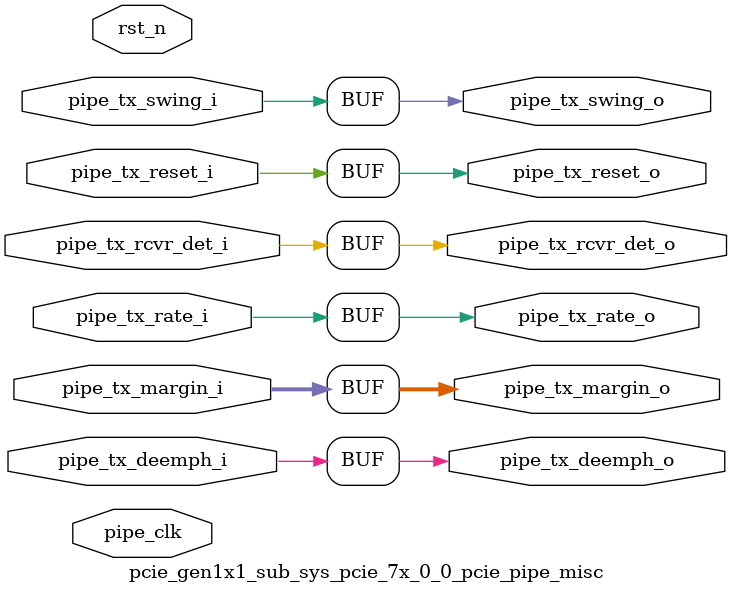
<source format=v>

`timescale 1ps/1ps

(* DowngradeIPIdentifiedWarnings = "yes" *)
module pcie_gen1x1_sub_sys_pcie_7x_0_0_pcie_pipe_misc #
(
    parameter        PIPE_PIPELINE_STAGES = 0,    // 0 - 0 stages, 1 - 1 stage, 2 - 2 stages
    parameter TCQ  = 1 // synthesis warning solved: parameter declaration becomes local
)
(

    input   wire        pipe_tx_rcvr_det_i       ,     // PIPE Tx Receiver Detect
    input   wire        pipe_tx_reset_i          ,     // PIPE Tx Reset
    input   wire        pipe_tx_rate_i           ,     // PIPE Tx Rate
    input   wire        pipe_tx_deemph_i         ,     // PIPE Tx Deemphasis
    input   wire [2:0]  pipe_tx_margin_i         ,     // PIPE Tx Margin
    input   wire        pipe_tx_swing_i          ,     // PIPE Tx Swing

    output  wire        pipe_tx_rcvr_det_o       ,     // Pipelined PIPE Tx Receiver Detect
    output  wire        pipe_tx_reset_o          ,     // Pipelined PIPE Tx Reset
    output  wire        pipe_tx_rate_o           ,     // Pipelined PIPE Tx Rate
    output  wire        pipe_tx_deemph_o         ,     // Pipelined PIPE Tx Deemphasis
    output  wire [2:0]  pipe_tx_margin_o         ,     // Pipelined PIPE Tx Margin
    output  wire        pipe_tx_swing_o          ,     // Pipelined PIPE Tx Swing

    input   wire        pipe_clk                ,      // PIPE Clock
    input   wire        rst_n                          // Reset
);

//******************************************************************//
// Reality check.                                                   //
//******************************************************************//

//    parameter TCQ  = 1;      // clock to out delay model

    generate

    if (PIPE_PIPELINE_STAGES == 0) begin : pipe_stages_0

        assign pipe_tx_rcvr_det_o = pipe_tx_rcvr_det_i;
        assign pipe_tx_reset_o  = pipe_tx_reset_i;
        assign pipe_tx_rate_o = pipe_tx_rate_i;
        assign pipe_tx_deemph_o = pipe_tx_deemph_i;
        assign pipe_tx_margin_o = pipe_tx_margin_i;
        assign pipe_tx_swing_o = pipe_tx_swing_i;

    end // if (PIPE_PIPELINE_STAGES == 0)
    else if (PIPE_PIPELINE_STAGES == 1) begin : pipe_stages_1

    reg                pipe_tx_rcvr_det_q       ;
    reg                pipe_tx_reset_q          ;
    reg                pipe_tx_rate_q           ;
    reg                pipe_tx_deemph_q         ;
    reg [2:0]          pipe_tx_margin_q         ;
    reg                pipe_tx_swing_q          ;

        always @(posedge pipe_clk) begin

        if (rst_n)
        begin

            pipe_tx_rcvr_det_q <= #TCQ 0;
            pipe_tx_reset_q  <= #TCQ 1'b1;
            pipe_tx_rate_q <= #TCQ 0;
            pipe_tx_deemph_q <= #TCQ 1'b1;
            pipe_tx_margin_q <= #TCQ 0;
            pipe_tx_swing_q <= #TCQ 0;

        end
        else
        begin

            pipe_tx_rcvr_det_q <= #TCQ pipe_tx_rcvr_det_i;
            pipe_tx_reset_q  <= #TCQ pipe_tx_reset_i;
            pipe_tx_rate_q <= #TCQ pipe_tx_rate_i;
            pipe_tx_deemph_q <= #TCQ pipe_tx_deemph_i;
            pipe_tx_margin_q <= #TCQ pipe_tx_margin_i;
            pipe_tx_swing_q <= #TCQ pipe_tx_swing_i;

          end

        end

        assign pipe_tx_rcvr_det_o = pipe_tx_rcvr_det_q;
        assign pipe_tx_reset_o  = pipe_tx_reset_q;
        assign pipe_tx_rate_o = pipe_tx_rate_q;
        assign pipe_tx_deemph_o = pipe_tx_deemph_q;
        assign pipe_tx_margin_o = pipe_tx_margin_q;
        assign pipe_tx_swing_o = pipe_tx_swing_q;

    end // if (PIPE_PIPELINE_STAGES == 1)
    else if (PIPE_PIPELINE_STAGES == 2) begin : pipe_stages_2

    reg                pipe_tx_rcvr_det_q       ;
    reg                pipe_tx_reset_q          ;
    reg                pipe_tx_rate_q           ;
    reg                pipe_tx_deemph_q         ;
    reg [2:0]          pipe_tx_margin_q         ;
    reg                pipe_tx_swing_q          ;

    reg                pipe_tx_rcvr_det_qq      ;
    reg                pipe_tx_reset_qq         ;
    reg                pipe_tx_rate_qq          ;
    reg                pipe_tx_deemph_qq        ;
    reg [2:0]          pipe_tx_margin_qq        ;
    reg                pipe_tx_swing_qq         ;

        always @(posedge pipe_clk) begin

        if (rst_n)
        begin

            pipe_tx_rcvr_det_q <= #TCQ 0;
            pipe_tx_reset_q  <= #TCQ 1'b1;
            pipe_tx_rate_q <= #TCQ 0;
            pipe_tx_deemph_q <= #TCQ 1'b1;
            pipe_tx_margin_q <= #TCQ 0;
            pipe_tx_swing_q <= #TCQ 0;

            pipe_tx_rcvr_det_qq <= #TCQ 0;
            pipe_tx_reset_qq  <= #TCQ 1'b1;
            pipe_tx_rate_qq <= #TCQ 0;
            pipe_tx_deemph_qq <= #TCQ 1'b1;
            pipe_tx_margin_qq <= #TCQ 0;
            pipe_tx_swing_qq <= #TCQ 0;

        end
        else
        begin

            pipe_tx_rcvr_det_q <= #TCQ pipe_tx_rcvr_det_i;
            pipe_tx_reset_q  <= #TCQ pipe_tx_reset_i;
            pipe_tx_rate_q <= #TCQ pipe_tx_rate_i;
            pipe_tx_deemph_q <= #TCQ pipe_tx_deemph_i;
            pipe_tx_margin_q <= #TCQ pipe_tx_margin_i;
            pipe_tx_swing_q <= #TCQ pipe_tx_swing_i;

            pipe_tx_rcvr_det_qq <= #TCQ pipe_tx_rcvr_det_q;
            pipe_tx_reset_qq  <= #TCQ pipe_tx_reset_q;
            pipe_tx_rate_qq <= #TCQ pipe_tx_rate_q;
            pipe_tx_deemph_qq <= #TCQ pipe_tx_deemph_q;
            pipe_tx_margin_qq <= #TCQ pipe_tx_margin_q;
            pipe_tx_swing_qq <= #TCQ pipe_tx_swing_q;

          end

        end

        assign pipe_tx_rcvr_det_o = pipe_tx_rcvr_det_qq;
        assign pipe_tx_reset_o  = pipe_tx_reset_qq;
        assign pipe_tx_rate_o = pipe_tx_rate_qq;
        assign pipe_tx_deemph_o = pipe_tx_deemph_qq;
        assign pipe_tx_margin_o = pipe_tx_margin_qq;
        assign pipe_tx_swing_o = pipe_tx_swing_qq;

    end // if (PIPE_PIPELINE_STAGES == 2)

    endgenerate

endmodule


</source>
